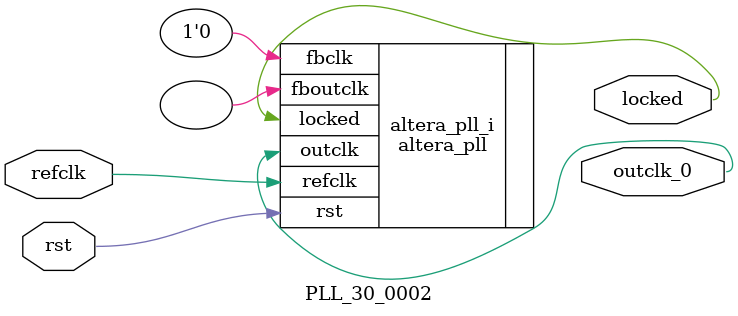
<source format=v>
`timescale 1ns/10ps
module  PLL_30_0002(

	// interface 'refclk'
	input wire refclk,

	// interface 'reset'
	input wire rst,

	// interface 'outclk0'
	output wire outclk_0,

	// interface 'locked'
	output wire locked
);

	altera_pll #(
		.fractional_vco_multiplier("false"),
		.reference_clock_frequency("50.0 MHz"),
		.operation_mode("direct"),
		.number_of_clocks(1),
		.output_clock_frequency0("30.000000 MHz"),
		.phase_shift0("0 ps"),
		.duty_cycle0(50),
		.output_clock_frequency1("0 MHz"),
		.phase_shift1("0 ps"),
		.duty_cycle1(50),
		.output_clock_frequency2("0 MHz"),
		.phase_shift2("0 ps"),
		.duty_cycle2(50),
		.output_clock_frequency3("0 MHz"),
		.phase_shift3("0 ps"),
		.duty_cycle3(50),
		.output_clock_frequency4("0 MHz"),
		.phase_shift4("0 ps"),
		.duty_cycle4(50),
		.output_clock_frequency5("0 MHz"),
		.phase_shift5("0 ps"),
		.duty_cycle5(50),
		.output_clock_frequency6("0 MHz"),
		.phase_shift6("0 ps"),
		.duty_cycle6(50),
		.output_clock_frequency7("0 MHz"),
		.phase_shift7("0 ps"),
		.duty_cycle7(50),
		.output_clock_frequency8("0 MHz"),
		.phase_shift8("0 ps"),
		.duty_cycle8(50),
		.output_clock_frequency9("0 MHz"),
		.phase_shift9("0 ps"),
		.duty_cycle9(50),
		.output_clock_frequency10("0 MHz"),
		.phase_shift10("0 ps"),
		.duty_cycle10(50),
		.output_clock_frequency11("0 MHz"),
		.phase_shift11("0 ps"),
		.duty_cycle11(50),
		.output_clock_frequency12("0 MHz"),
		.phase_shift12("0 ps"),
		.duty_cycle12(50),
		.output_clock_frequency13("0 MHz"),
		.phase_shift13("0 ps"),
		.duty_cycle13(50),
		.output_clock_frequency14("0 MHz"),
		.phase_shift14("0 ps"),
		.duty_cycle14(50),
		.output_clock_frequency15("0 MHz"),
		.phase_shift15("0 ps"),
		.duty_cycle15(50),
		.output_clock_frequency16("0 MHz"),
		.phase_shift16("0 ps"),
		.duty_cycle16(50),
		.output_clock_frequency17("0 MHz"),
		.phase_shift17("0 ps"),
		.duty_cycle17(50),
		.pll_type("General"),
		.pll_subtype("General")
	) altera_pll_i (
		.rst	(rst),
		.outclk	({outclk_0}),
		.locked	(locked),
		.fboutclk	( ),
		.fbclk	(1'b0),
		.refclk	(refclk)
	);
endmodule


</source>
